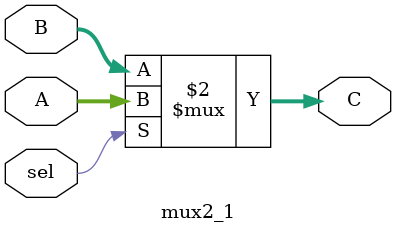
<source format=v>
`timescale 1ns/1ns

module mux2_1(
    input sel,
    input [31:0] A,
    input [31:0] B,
    output [31:0] C
);

   
    assign C = (sel == 1'b1) ? A : B;

endmodule

</source>
